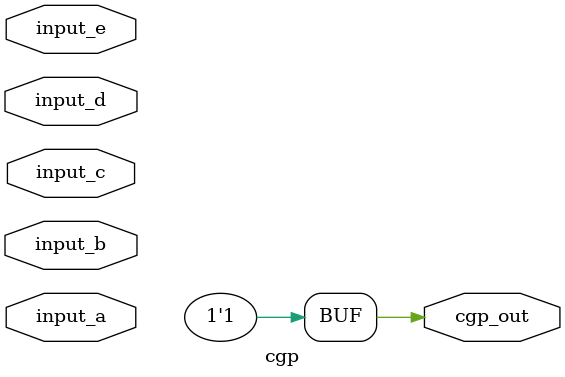
<source format=v>
module cgp(input [2:0] input_a, input [2:0] input_b, input [2:0] input_c, input [2:0] input_d, input [2:0] input_e, output [0:0] cgp_out);
  wire cgp_core_019;
  wire cgp_core_020;
  wire cgp_core_022;
  wire cgp_core_024;
  wire cgp_core_025;
  wire cgp_core_026;
  wire cgp_core_027;
  wire cgp_core_028_not;
  wire cgp_core_030;
  wire cgp_core_031;
  wire cgp_core_032;
  wire cgp_core_033;
  wire cgp_core_035;
  wire cgp_core_037;
  wire cgp_core_039;
  wire cgp_core_041;
  wire cgp_core_042;
  wire cgp_core_043;
  wire cgp_core_044;
  wire cgp_core_045;
  wire cgp_core_046;
  wire cgp_core_047;
  wire cgp_core_049_not;
  wire cgp_core_050;
  wire cgp_core_053;
  wire cgp_core_056;
  wire cgp_core_058;
  wire cgp_core_060;
  wire cgp_core_061_not;
  wire cgp_core_067;
  wire cgp_core_068;
  wire cgp_core_069;
  wire cgp_core_076;
  wire cgp_core_077;
  wire cgp_core_079;

  assign cgp_core_019 = ~input_e[0];
  assign cgp_core_020 = ~(input_e[1] & input_a[0]);
  assign cgp_core_022 = ~(cgp_core_019 & input_a[2]);
  assign cgp_core_024 = ~(input_c[2] & input_a[2]);
  assign cgp_core_025 = ~(input_c[2] & input_b[2]);
  assign cgp_core_026 = input_d[2] ^ input_e[0];
  assign cgp_core_027 = input_a[2] ^ input_c[0];
  assign cgp_core_028_not = ~input_a[0];
  assign cgp_core_030 = input_b[2] & input_e[1];
  assign cgp_core_031 = ~(input_b[1] & input_c[0]);
  assign cgp_core_032 = ~input_b[2];
  assign cgp_core_033 = ~(input_a[0] ^ input_e[2]);
  assign cgp_core_035 = ~input_a[1];
  assign cgp_core_037 = ~input_a[2];
  assign cgp_core_039 = input_a[2] | input_b[1];
  assign cgp_core_041 = input_d[0] | input_a[2];
  assign cgp_core_042 = ~input_a[0];
  assign cgp_core_043 = input_c[2] | input_b[1];
  assign cgp_core_044 = ~input_a[1];
  assign cgp_core_045 = input_c[2] ^ input_c[1];
  assign cgp_core_046 = ~input_e[0];
  assign cgp_core_047 = ~(input_b[0] ^ input_a[0]);
  assign cgp_core_049_not = ~input_d[0];
  assign cgp_core_050 = input_d[0] ^ input_d[2];
  assign cgp_core_053 = ~(input_e[1] ^ input_e[2]);
  assign cgp_core_056 = ~(input_c[0] & input_c[2]);
  assign cgp_core_058 = ~(input_a[2] | input_e[1]);
  assign cgp_core_060 = ~(input_b[1] & input_b[0]);
  assign cgp_core_061_not = ~input_b[0];
  assign cgp_core_067 = ~(input_c[1] ^ input_b[2]);
  assign cgp_core_068 = input_e[2] ^ input_e[0];
  assign cgp_core_069 = input_d[2] ^ input_c[1];
  assign cgp_core_076 = ~(input_d[2] ^ input_d[1]);
  assign cgp_core_077 = input_c[2] | input_d[0];
  assign cgp_core_079 = ~input_d[0];

  assign cgp_out[0] = 1'b1;
endmodule
</source>
